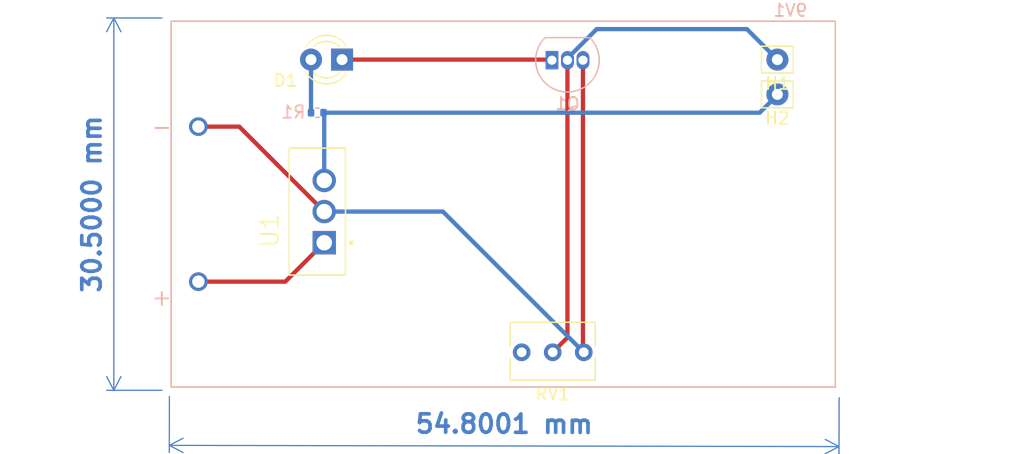
<source format=kicad_pcb>
(kicad_pcb (version 20211014) (generator pcbnew)
  (title_block (comment 1 "180208063"))
  (layers (0 "F.Cu" signal) (31 "B.Cu" signal) (34 "B.Paste" user) (35 "F.Paste" user) (36 "B.SilkS" user "B.Silkscreen") (37 "F.SilkS" user "F.Silkscreen") (38 "B.Mask" user) (39 "F.Mask" user) (44 "Edge.Cuts" user))
  (net 0 "")
  (net 2 "Net-(Q1-Pad2)")
  (net 3 "Net-(BZ1-Pad2)")
  (net 4 "Net-(D1-Pad2)")
  (net 5 "Net-(BZ1-Pad1)")
  (net 6 "Net-(9V1-Pad-)")
  (net 7 "Net-(9V1-Pad+)")
  (footprint "Connector_Pin:Pin_D0.9mm_L10.0mm_W2.4mm_FlatFork" (layer "F.Cu") (at 149.6915 153.3395)
    (fp_text reference "H1" (at 0 1.95) (layer "F.SilkS"))
    (fp_text value "MountingHole_Pad")
    (fp_line (start 1.3 -1.1) (end -1.3 -1.1) (layer "F.SilkS") (width 0.12))
    (fp_line (start -1.3 0.6) (end -1.3 1.1) (layer "F.SilkS") (width 0.12))
    (fp_line (start -1.3 -1.1) (end -1.3 0.6) (layer "F.SilkS") (width 0.12))
    (fp_line (start 1.3 1.1) (end 1.3 -1.1) (layer "F.SilkS") (width 0.12))
    (fp_line (start -1.3 1.1) (end 1.3 1.1) (layer "F.SilkS") (width 0.12))
    (pad "1" thru_hole circle (at 0 0) (size 1.8 1.8) (drill 0.9) (layers *.Cu *.Mask) (net 2 "Net-(Q1-Pad2)"))
  )
  (footprint "L7805CV-Vreg:TO255P1040X460X1968-3" (layer "F.Cu") (at 112.6095 168.3395 90)
    (fp_text reference "U1" (at 0.995 -4.444 90) (layer "F.SilkS") (effects (font (size 1.4 1.4))))
    (fp_text value "L7805CV")
    (fp_line (start -2.65 1.74) (end -2.65 -2.86) (layer "F.SilkS") (width 0.127))
    (fp_line (start 7.75 -2.86) (end 7.75 1.74) (layer "F.SilkS") (width 0.127))
    (fp_line (start -2.65 -2.86) (end 7.75 -2.86) (layer "F.SilkS") (width 0.127))
    (fp_line (start 7.75 1.74) (end -2.65 1.74) (layer "F.SilkS") (width 0.127))
    (fp_circle (center 0 2.195) (end 0.1 2.195) (layer "F.SilkS") (width 0.2) (fill none))
    (pad "1" thru_hole rect locked (at 0 0 90) (size 1.91 1.91) (drill 1.27) (layers *.Cu *.Mask) (net 7 "Net-(9V1-Pad+)"))
    (pad "2" thru_hole circle locked (at 2.55 0 90) (size 1.91 1.91) (drill 1.27) (layers *.Cu *.Mask) (net 6 "Net-(9V1-Pad-)"))
    (pad "3" thru_hole circle locked (at 5.1 0 90) (size 1.91 1.91) (drill 1.27) (layers *.Cu *.Mask) (net 5 "Net-(BZ1-Pad1)"))
  )
  (footprint "Connector_Pin:Pin_D0.9mm_L10.0mm_W2.4mm_FlatFork" (layer "F.Cu") (at 149.6915 156.1895)
    (fp_text reference "H2" (at 0 1.95) (layer "F.SilkS"))
    (fp_text value "MountingHole_Pad")
    (fp_line (start -1.3 -1.1) (end -1.3 0.6) (layer "F.SilkS") (width 0.12))
    (fp_line (start -1.3 0.6) (end -1.3 1.1) (layer "F.SilkS") (width 0.12))
    (fp_line (start 1.3 -1.1) (end -1.3 -1.1) (layer "F.SilkS") (width 0.12))
    (fp_line (start 1.3 1.1) (end 1.3 -1.1) (layer "F.SilkS") (width 0.12))
    (fp_line (start -1.3 1.1) (end 1.3 1.1) (layer "F.SilkS") (width 0.12))
    (pad "1" thru_hole circle (at 0 0) (size 1.8 1.8) (drill 0.9) (layers *.Cu *.Mask) (net 5 "Net-(BZ1-Pad1)"))
  )
  (footprint "LED_THT:LED_D3.0mm_FlatTop" (layer "F.Cu") (at 114.0665 153.3395 180)
    (fp_text reference "D1" (at 4.625 -1.7) (layer "F.SilkS"))
    (fp_text value "LED")
    (fp_line (start -0.29 1.08) (end -0.29 1.236) (layer "F.SilkS") (width 0.12))
    (fp_line (start -0.29 -1.236) (end -0.29 -1.08) (layer "F.SilkS") (width 0.12))
    (fp_arc (start -0.29 -1.235516) (mid 1.366487 -1.987659) (end 2.942335 -1.078608) (layer "F.SilkS") (width 0.12))
    (fp_arc (start 2.31113 1.079837) (mid 1.270117 1.5) (end 0.229039 1.08) (layer "F.SilkS") (width 0.12))
    (fp_arc (start 0.229039 -1.08) (mid 1.270117 -1.5) (end 2.31113 -1.079837) (layer "F.SilkS") (width 0.12))
    (fp_arc (start 2.942335 1.078608) (mid 1.366487 1.987659) (end -0.29 1.235516) (layer "F.SilkS") (width 0.12))
    (pad "1" thru_hole rect (at 0 0 180) (size 1.8 1.8) (drill 0.9) (layers *.Cu *.Mask) (net 3 "Net-(BZ1-Pad2)"))
    (pad "2" thru_hole circle (at 2.54 0 180) (size 1.8 1.8) (drill 0.9) (layers *.Cu *.Mask) (net 4 "Net-(D1-Pad2)"))
  )
  (footprint "Potentiometer_THT:Potentiometer_Bourns_3266Y_Vertical" (layer "F.Cu") (at 128.7665 177.3145 180)
    (fp_text reference "RV1" (at -2.54 -3.41) (layer "F.SilkS"))
    (fp_text value "R_POT")
    (fp_line (start 0.935 0.496) (end 0.935 2.46) (layer "F.SilkS") (width 0.12))
    (fp_line (start -6.015 0.496) (end -6.015 2.46) (layer "F.SilkS") (width 0.12))
    (fp_line (start -6.015 2.46) (end 0.935 2.46) (layer "F.SilkS") (width 0.12))
    (fp_line (start 0.935 -2.28) (end 0.935 -0.494) (layer "F.SilkS") (width 0.12))
    (fp_line (start -6.015 -2.28) (end 0.935 -2.28) (layer "F.SilkS") (width 0.12))
    (fp_line (start -6.015 -2.28) (end -6.015 -0.494) (layer "F.SilkS") (width 0.12))
    (pad "1" thru_hole circle (at 0 0 180) (size 1.44 1.44) (drill 0.8) (layers *.Cu *.Mask))
    (pad "2" thru_hole circle (at -2.54 0 180) (size 1.44 1.44) (drill 0.8) (layers *.Cu *.Mask) (net 2 "Net-(Q1-Pad2)"))
    (pad "3" thru_hole circle (at -5.08 0 180) (size 1.44 1.44) (drill 0.8) (layers *.Cu *.Mask) (net 6 "Net-(9V1-Pad-)"))
  )
  (footprint "Package_TO_SOT_THT:TO-92_Inline" (layer "B.Cu") (at 131.2415 153.3895)
    (fp_text reference "Q1" (at 1.27 3.56) (layer "B.SilkS") (effects (justify mirror)))
    (fp_text value "BC547")
    (fp_line (start -0.53 -1.85) (end 3.07 -1.85) (layer "B.SilkS") (width 0.12))
    (fp_arc (start 1.27 2.6) (mid -1.132087 0.994977) (end -0.568478 -1.838478) (layer "B.SilkS") (width 0.12))
    (fp_arc (start 3.108478 -1.838478) (mid 3.672087 0.994977) (end 1.27 2.6) (layer "B.SilkS") (width 0.12))
    (pad "1" thru_hole rect (at 0 0) (size 1.05 1.5) (drill 0.75) (layers *.Cu *.Mask) (net 3 "Net-(BZ1-Pad2)"))
    (pad "2" thru_hole oval (at 1.27 0) (size 1.05 1.5) (drill 0.75) (layers *.Cu *.Mask) (net 2 "Net-(Q1-Pad2)"))
    (pad "3" thru_hole oval (at 2.54 0) (size 1.05 1.5) (drill 0.75) (layers *.Cu *.Mask) (net 6 "Net-(9V1-Pad-)"))
  )
  (footprint "BHVPC-BatteryHolder:BAT_BH9VPC" (layer "B.Cu") (at 127.2565 165.1795 180)
    (fp_text reference "9V1" (at -23.495 15.875) (layer "B.SilkS") (effects (justify mirror)))
    (fp_text value "BH9VPC")
    (fp_text user "-" (at 27.94 6.35) (layer "B.SilkS") (effects (font (size 1.4 1.4)) (justify mirror)))
    (fp_text user "+" (at 27.94 -7.62) (layer "B.SilkS") (effects (font (size 1.4 1.4)) (justify mirror)))
    (fp_line (start -27.175 -14.985) (end -27.175 14.985) (layer "B.SilkS") (width 0.127))
    (fp_line (start 27.175 -14.985) (end -27.175 -14.985) (layer "B.SilkS") (width 0.127))
    (fp_line (start 27.175 14.985) (end 27.175 -14.985) (layer "B.SilkS") (width 0.127))
    (fp_line (start -27.175 14.985) (end 27.175 14.985) (layer "B.SilkS") (width 0.127))
    (pad "+" thru_hole circle (at 24.945 -6.35 180) (size 1.524 1.524) (drill 1.016) (layers *.Cu *.Mask) (net 7 "Net-(9V1-Pad+)"))
    (pad "-" thru_hole circle (at 24.945 6.35 180) (size 1.524 1.524) (drill 1.016) (layers *.Cu *.Mask) (net 6 "Net-(9V1-Pad-)"))
  )
  (footprint "Resistor_SMD:R_0402_1005Metric" (layer "B.Cu") (at 112.0415 157.6895 180)
    (fp_text reference "R1" (at 1.95 0.05) (layer "B.SilkS") (effects (justify mirror)))
    (fp_text value "1kohm")
    (fp_line (start -0.153641 -0.38) (end 0.153641 -0.38) (layer "B.SilkS") (width 0.12))
    (fp_line (start -0.153641 0.38) (end 0.153641 0.38) (layer "B.SilkS") (width 0.12))
    (pad "1" smd roundrect (at -0.51 0 180) (size 0.54 0.64) (layers "B.Cu" "B.Paste" "B.Mask") (net 5 "Net-(BZ1-Pad1)"))
    (pad "2" smd roundrect (at 0.51 0 180) (size 0.54 0.64) (layers "B.Cu" "B.Paste" "B.Mask") (net 4 "Net-(D1-Pad2)"))
  )
  (dimension (type aligned) (layer "B.Cu") (pts (xy 99.9415 180.4395) (xy 154.7415 180.5395)) (height 4.500904) (gr_text "54,8001 mm" (at 127.336572 183.1904 359.8954458) (layer "B.Cu") (effects (font (size 1.5 1.5) (thickness 0.3)))) (format (units 3) (units_format 1) (precision 4)) (style (thickness 0.1) (arrow_length 1.27) (text_position_mode 0) (extension_height 0.58642) (extension_offset 0.5) keep_text_aligned))
  (dimension (type aligned) (layer "B.Cu") (pts (xy 99.8315 149.9295) (xy 99.8315 180.4295)) (height 4.44) (gr_text "30,5000 mm" (at 93.5915 165.1795 90) (layer "B.Cu") (effects (font (size 1.5 1.5) (thickness 0.3)))) (format (units 3) (units_format 1) (precision 4)) (style (thickness 0.1) (arrow_length 1.27) (text_position_mode 0) (extension_height 0.58642) (extension_offset 0.5) keep_text_aligned))
  (segment (start 132.5115 153.3895) (end 132.5115 176.1095) (width 0.35) (layer "F.Cu") (net 2))
  (segment (start 132.5115 176.1095) (end 131.3065 177.3145) (width 0.35) (layer "F.Cu") (net 2))
  (segment (start 134.8915 150.8395) (end 147.1915 150.8395) (width 0.35) (layer "B.Cu") (net 2))
  (segment (start 147.1915 150.8395) (end 149.6915 153.3395) (width 0.35) (layer "B.Cu") (net 2))
  (segment (start 132.5115 153.232418) (end 134.8915 150.852418) (width 0.35) (layer "B.Cu") (net 2))
  (segment (start 134.8915 150.852418) (end 134.8915 150.8395) (width 0.25) (layer "B.Cu") (net 2))
  (segment (start 132.5115 153.3895) (end 132.5115 153.232418) (width 0.25) (layer "B.Cu") (net 2))
  (segment (start 114.0665 153.3395) (end 131.1915 153.3395) (width 0.35) (layer "F.Cu") (net 3))
  (segment (start 131.1915 153.3395) (end 131.2415 153.3895) (width 0.25) (layer "F.Cu") (net 3))
  (segment (start 111.5265 157.6845) (end 111.5265 153.3395) (width 0.35) (layer "B.Cu") (net 4))
  (segment (start 111.5315 157.6895) (end 111.5265 157.6845) (width 0.25) (layer "B.Cu") (net 4))
  (segment (start 112.6095 157.7475) (end 112.5515 157.6895) (width 0.25) (layer "B.Cu") (net 5))
  (segment (start 112.5515 157.6895) (end 148.2415 157.6895) (width 0.35) (layer "B.Cu") (net 5))
  (segment (start 112.6095 163.2395) (end 112.6095 157.7475) (width 0.35) (layer "B.Cu") (net 5))
  (segment (start 148.2415 157.6895) (end 149.7415 156.1895) (width 0.35) (layer "B.Cu") (net 5))
  (segment (start 102.3115 158.8295) (end 105.6495 158.8295) (width 0.35) (layer "F.Cu") (net 6))
  (segment (start 105.6495 158.8295) (end 112.6095 165.7895) (width 0.35) (layer "F.Cu") (net 6))
  (segment (start 133.7815 153.3895) (end 133.7815 177.2495) (width 0.35) (layer "F.Cu") (net 6))
  (segment (start 133.7815 177.2495) (end 133.8465 177.3145) (width 0.25) (layer "F.Cu") (net 6))
  (segment (start 122.3215 165.7895) (end 133.8465 177.3145) (width 0.35) (layer "B.Cu") (net 6))
  (segment (start 112.6095 165.7895) (end 122.3215 165.7895) (width 0.35) (layer "B.Cu") (net 6))
  (segment (start 109.4195 171.5295) (end 112.6095 168.3395) (width 0.35) (layer "F.Cu") (net 7))
  (segment (start 102.3115 171.5295) (end 109.4195 171.5295) (width 0.35) (layer "F.Cu") (net 7))
)
</source>
